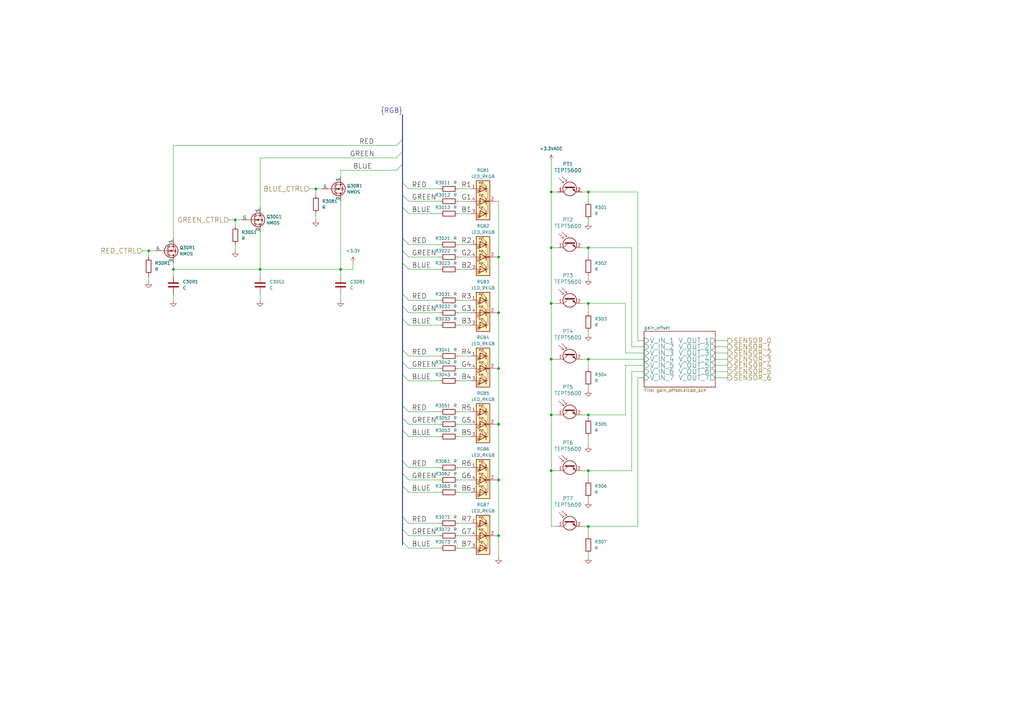
<source format=kicad_sch>
(kicad_sch (version 20230121) (generator eeschema)
  (paper "A3")
  (lib_symbols
    (symbol "Device:C" (pin_numbers hide) (pin_names (offset 0.254))
      (property "Reference" "C" (at 0.635 2.54 0))
      (property "Value" "C" (at 0.635 -2.54 0))
      (symbol "C_0_1"
        (polyline (pts (xy -2.032 -0.762) (xy 2.032 -0.762)) (stroke (width 0.508)))
        (polyline (pts (xy -2.032 0.762) (xy 2.032 0.762)) (stroke (width 0.508)))
      )
      (symbol "C_1_1"
        (pin passive line (at 0 3.81 270) (length 2.794) (name "~") (number "1"))
        (pin passive line (at 0 -3.81 90) (length 2.794) (name "~") (number "2"))
      )
    )
    (symbol "Device:LED_RKBG" (pin_names (offset 0) hide)
      (property "Reference" "D" (at 0 9.398 0))
      (property "Value" "LED_RKBG" (at 0 -8.89 0))
      (symbol "LED_RKBG_0_0"
        (text "B" (at 1.905 -6.35 0) (effects (font (size 1.27 1.27))))
        (text "G" (at 1.905 -1.27 0) (effects (font (size 1.27 1.27))))
        (text "R" (at 1.905 3.81 0) (effects (font (size 1.27 1.27))))
      )
      (symbol "LED_RKBG_0_1"
        (circle (center -2.032 0) (radius 0.254) (fill (type outline)))
        (polyline (pts (xy -1.27 -5.08) (xy 1.27 -5.08)))
        (polyline (pts (xy -1.27 -3.81) (xy -1.27 -6.35)) (stroke (width 0.254)))
        (polyline (pts (xy -1.27 0) (xy -2.54 0)))
        (polyline (pts (xy -1.27 1.27) (xy -1.27 -1.27)) (stroke (width 0.254)))
        (polyline (pts (xy -1.27 5.08) (xy 1.27 5.08)))
        (polyline (pts (xy -1.27 6.35) (xy -1.27 3.81)) (stroke (width 0.254)))
        (polyline (pts (xy 1.27 -5.08) (xy 2.54 -5.08)))
        (polyline (pts (xy 1.27 0) (xy -1.27 0)))
        (polyline (pts (xy 1.27 0) (xy 2.54 0)))
        (polyline (pts (xy 1.27 5.08) (xy 2.54 5.08)))
        (polyline (pts (xy -1.27 1.27) (xy -1.27 -1.27) (xy -1.27 -1.27)))
        (polyline (pts (xy -1.27 6.35) (xy -1.27 3.81) (xy -1.27 3.81)))
        (polyline (pts (xy -1.27 5.08) (xy -2.032 5.08) (xy -2.032 -5.08) (xy -1.016 -5.08)))
        (polyline (pts (xy 1.27 -3.81) (xy 1.27 -6.35) (xy -1.27 -5.08) (xy 1.27 -3.81)) (stroke (width 0.254)))
        (polyline (pts (xy 1.27 1.27) (xy 1.27 -1.27) (xy -1.27 0) (xy 1.27 1.27)) (stroke (width 0.254)))
        (polyline (pts (xy 1.27 6.35) (xy 1.27 3.81) (xy -1.27 5.08) (xy 1.27 6.35)) (stroke (width 0.254)))
        (polyline (pts (xy -1.016 -3.81) (xy 0.508 -2.286) (xy -0.254 -2.286) (xy 0.508 -2.286) (xy 0.508 -3.048)))
        (polyline (pts (xy -1.016 1.27) (xy 0.508 2.794) (xy -0.254 2.794) (xy 0.508 2.794) (xy 0.508 2.032)))
        (polyline (pts (xy -1.016 6.35) (xy 0.508 7.874) (xy -0.254 7.874) (xy 0.508 7.874) (xy 0.508 7.112)))
        (polyline (pts (xy 0 -3.81) (xy 1.524 -2.286) (xy 0.762 -2.286) (xy 1.524 -2.286) (xy 1.524 -3.048)))
        (polyline (pts (xy 0 1.27) (xy 1.524 2.794) (xy 0.762 2.794) (xy 1.524 2.794) (xy 1.524 2.032)))
        (polyline (pts (xy 0 6.35) (xy 1.524 7.874) (xy 0.762 7.874) (xy 1.524 7.874) (xy 1.524 7.112)))
        (rectangle (start 1.27 -1.27) (end 1.27 1.27))
        (rectangle (start 1.27 1.27) (end 1.27 1.27))
        (rectangle (start 1.27 3.81) (end 1.27 6.35))
        (rectangle (start 1.27 6.35) (end 1.27 6.35))
        (rectangle (start 2.794 8.382) (end -2.794 -7.62) (stroke (width 0.254)) (fill (type background)))
      )
      (symbol "LED_RKBG_1_1"
        (pin passive line (at 5.08 5.08 180) (length 2.54) (name "RA") (number "1"))
        (pin passive line (at -5.08 0 0) (length 2.54) (name "K") (number "2"))
        (pin passive line (at 5.08 -5.08 180) (length 2.54) (name "BA") (number "3"))
        (pin passive line (at 5.08 0 180) (length 2.54) (name "GA") (number "4"))
      )
    )
    (symbol "Device:R" (pin_numbers hide) (pin_names (offset 0))
      (property "Reference" "R" (at 2.032 0 90))
      (property "Value" "R" (at 0 0 90))
      (symbol "R_0_1"
        (rectangle (start -1.016 -2.54) (end 1.016 2.54) (stroke (width 0.254)))
      )
      (symbol "R_1_1"
        (pin passive line (at 0 3.81 270) (length 1.27) (name "~") (number "1"))
        (pin passive line (at 0 -3.81 90) (length 1.27) (name "~") (number "2"))
      )
    )
    (symbol "Sensor_Optical:TEPT4400" (pin_names (offset 0) hide)
      (property "Reference" "Q" (at 5.08 1.27 0))
      (property "Value" "TEPT4400" (at 5.08 -1.27 0))
      (symbol "TEPT4400_0_1"
        (polyline (pts (xy -1.905 1.27) (xy -2.54 1.27)))
        (polyline (pts (xy -1.27 2.54) (xy -1.905 2.54)))
        (polyline (pts (xy 0.635 0.635) (xy 2.54 2.54)))
        (polyline (pts (xy -3.81 3.175) (xy -1.905 1.27) (xy -1.905 1.905)))
        (polyline (pts (xy -3.175 4.445) (xy -1.27 2.54) (xy -1.27 3.175)))
        (polyline (pts (xy 0.635 -0.635) (xy 2.54 -2.54) (xy 2.54 -2.54)))
        (polyline (pts (xy 0.635 1.905) (xy 0.635 -1.905) (xy 0.635 -1.905)) (stroke (width 0.508)))
        (polyline (pts (xy 1.27 -1.778) (xy 1.778 -1.27) (xy 2.286 -2.286) (xy 1.27 -1.778) (xy 1.27 -1.778)) (fill (type outline)))
        (circle (center 1.27 0) (radius 2.8194) (stroke (width 0.254)))
      )
      (symbol "TEPT4400_1_1"
        (pin passive line (at 2.54 5.08 270) (length 2.54) (name "C") (number "1"))
        (pin passive line (at 2.54 -5.08 90) (length 2.54) (name "E") (number "2"))
      )
    )
    (symbol "Simulation_SPICE:NMOS" (pin_numbers hide) (pin_names (offset 0))
      (property "Reference" "Q" (at 5.08 1.27 0))
      (property "Value" "NMOS" (at 5.08 -1.27 0))
      (symbol "NMOS_0_1"
        (polyline (pts (xy 0.254 0) (xy -2.54 0)))
        (polyline (pts (xy 0.254 1.905) (xy 0.254 -1.905)) (stroke (width 0.254)))
        (polyline (pts (xy 0.762 -1.27) (xy 0.762 -2.286)) (stroke (width 0.254)))
        (polyline (pts (xy 0.762 0.508) (xy 0.762 -0.508)) (stroke (width 0.254)))
        (polyline (pts (xy 0.762 2.286) (xy 0.762 1.27)) (stroke (width 0.254)))
        (polyline (pts (xy 2.54 2.54) (xy 2.54 1.778)))
        (polyline (pts (xy 2.54 -2.54) (xy 2.54 0) (xy 0.762 0)))
        (polyline (pts (xy 0.762 -1.778) (xy 3.302 -1.778) (xy 3.302 1.778) (xy 0.762 1.778)))
        (polyline (pts (xy 1.016 0) (xy 2.032 0.381) (xy 2.032 -0.381) (xy 1.016 0)) (fill (type outline)))
        (polyline (pts (xy 2.794 0.508) (xy 2.921 0.381) (xy 3.683 0.381) (xy 3.81 0.254)))
        (polyline (pts (xy 3.302 0.381) (xy 2.921 -0.254) (xy 3.683 -0.254) (xy 3.302 0.381)))
        (circle (center 1.651 0) (radius 2.794) (stroke (width 0.254)))
        (circle (center 2.54 -1.778) (radius 0.254) (fill (type outline)))
        (circle (center 2.54 1.778) (radius 0.254) (fill (type outline)))
      )
      (symbol "NMOS_1_1"
        (pin passive line (at 2.54 5.08 270) (length 2.54) (name "D") (number "1"))
        (pin input line (at -5.08 0 0) (length 2.54) (name "G") (number "2"))
        (pin passive line (at 2.54 -5.08 90) (length 2.54) (name "S") (number "3"))
      )
    )
    (symbol "power:+3.3V" (power) (pin_names (offset 0))
      (property "Value" "+3.3V" (at 0 3.556 0))
      (symbol "+3.3V_0_1"
        (polyline (pts (xy -0.762 1.27) (xy 0 2.54)))
        (polyline (pts (xy 0 0) (xy 0 2.54)))
        (polyline (pts (xy 0 2.54) (xy 0.762 1.27)))
      )
      (symbol "+3.3V_1_1"
        (pin power_in line (at 0 0 90) (length 0) hide (name "+3.3V") (number "1"))
      )
    )
    (symbol "power:+3.3VADC" (power) (pin_names (offset 0))
      (property "Value" "+3.3VADC" (at 0 2.54 0))
      (symbol "+3.3VADC_0_0"
        (pin power_in line (at 0 0 90) (length 0) hide (name "+3.3VADC") (number "1"))
      )
      (symbol "+3.3VADC_0_1"
        (polyline (pts (xy -0.762 1.27) (xy 0 2.54)))
        (polyline (pts (xy 0 0) (xy 0 2.54)))
        (polyline (pts (xy 0 2.54) (xy 0.762 1.27)))
      )
    )
    (symbol "power:GND" (power) (pin_names (offset 0))
      (property "Value" "GND" (at 0 -3.81 0))
      (symbol "GND_0_1"
        (polyline (pts (xy 0 0) (xy 0 -1.27) (xy 1.27 -1.27) (xy 0 -2.54) (xy -1.27 -1.27) (xy 0 -1.27)))
      )
      (symbol "GND_1_1"
        (pin power_in line (at 0 0 270) (length 0) hide (name "GND") (number "1"))
      )
    )
  )
  (bus_alias "RGB" (members "RED" "GREEN" "BLUE"))
  (junction (at 241.3 78.74))
  (junction (at 241.3 215.9))
  (junction (at 226.06 193.04))
  (junction (at 226.06 78.74))
  (junction (at 241.3 124.46))
  (junction (at 241.3 193.04))
  (junction (at 204.47 196.85))
  (junction (at 226.06 147.32))
  (junction (at 129.54 77.47))
  (junction (at 226.06 124.46))
  (junction (at 204.47 151.13))
  (junction (at 204.47 128.27))
  (junction (at 139.7 110.49))
  (junction (at 226.06 101.6))
  (junction (at 241.3 170.18))
  (junction (at 96.52 90.17))
  (junction (at 226.06 170.18))
  (junction (at 241.3 101.6))
  (junction (at 106.68 110.49))
  (junction (at 204.47 173.99))
  (junction (at 204.47 105.41))
  (junction (at 71.12 110.49))
  (junction (at 241.3 147.32))
  (junction (at 60.96 102.87))
  (junction (at 204.47 219.71))
  (bus_entry (at 165.1 171.45) (size 2.54 2.54))
  (bus_entry (at 165.1 199.39) (size 2.54 2.54))
  (bus_entry (at 165.1 148.59) (size 2.54 2.54))
  (bus_entry (at 165.1 102.87) (size 2.54 2.54))
  (bus_entry (at 165.1 194.31) (size 2.54 2.54))
  (bus_entry (at 165.1 107.95) (size 2.54 2.54))
  (bus_entry (at 165.1 67.31) (size -2.54 2.54))
  (bus_entry (at 165.1 74.93) (size 2.54 2.54))
  (bus_entry (at 165.1 62.23) (size -2.54 2.54))
  (bus_entry (at 165.1 176.53) (size 2.54 2.54))
  (bus_entry (at 165.1 222.25) (size 2.54 2.54))
  (bus_entry (at 165.1 130.81) (size 2.54 2.54))
  (bus_entry (at 165.1 166.37) (size 2.54 2.54))
  (bus_entry (at 165.1 57.15) (size -2.54 2.54))
  (bus_entry (at 165.1 217.17) (size 2.54 2.54))
  (bus_entry (at 165.1 143.51) (size 2.54 2.54))
  (bus_entry (at 165.1 125.73) (size 2.54 2.54))
  (bus_entry (at 165.1 120.65) (size 2.54 2.54))
  (bus_entry (at 165.1 212.09) (size 2.54 2.54))
  (bus_entry (at 165.1 97.79) (size 2.54 2.54))
  (bus_entry (at 165.1 80.01) (size 2.54 2.54))
  (bus_entry (at 165.1 189.23) (size 2.54 2.54))
  (bus_entry (at 165.1 153.67) (size 2.54 2.54))
  (bus_entry (at 165.1 85.09) (size 2.54 2.54))
  (wire (pts (xy 167.64 100.33) (xy 180.34 100.33)))
  (wire (pts (xy 226.06 101.6) (xy 228.6 101.6)))
  (wire (pts (xy 167.64 179.07) (xy 180.34 179.07)))
  (wire (pts (xy 238.76 193.04) (xy 241.3 193.04)))
  (wire (pts (xy 187.96 87.63) (xy 193.04 87.63)))
  (bus (pts (xy 165.1 97.79) (xy 165.1 102.87)))
  (wire (pts (xy 71.12 110.49) (xy 71.12 113.03)))
  (wire (pts (xy 226.06 170.18) (xy 228.6 170.18)))
  (wire (pts (xy 241.3 147.32) (xy 238.76 147.32)))
  (wire (pts (xy 129.54 77.47) (xy 129.54 80.01)))
  (wire (pts (xy 226.06 124.46) (xy 226.06 147.32)))
  (wire (pts (xy 241.3 90.17) (xy 241.3 91.44)))
  (wire (pts (xy 241.3 158.75) (xy 241.3 160.02)))
  (wire (pts (xy 129.54 77.47) (xy 132.08 77.47)))
  (wire (pts (xy 139.7 120.65) (xy 139.7 123.19)))
  (bus (pts (xy 165.1 67.31) (xy 165.1 74.93)))
  (wire (pts (xy 96.52 90.17) (xy 99.06 90.17)))
  (wire (pts (xy 241.3 215.9) (xy 261.62 215.9)))
  (wire (pts (xy 241.3 170.18) (xy 241.3 171.45)))
  (wire (pts (xy 60.96 113.03) (xy 60.96 115.57)))
  (wire (pts (xy 264.16 149.86) (xy 256.54 149.86)))
  (wire (pts (xy 167.64 173.99) (xy 180.34 173.99)))
  (bus (pts (xy 165.1 85.09) (xy 165.1 97.79)))
  (wire (pts (xy 204.47 151.13) (xy 204.47 173.99)))
  (bus (pts (xy 165.1 199.39) (xy 165.1 212.09)))
  (wire (pts (xy 264.16 144.78) (xy 256.54 144.78)))
  (bus (pts (xy 165.1 166.37) (xy 165.1 171.45)))
  (wire (pts (xy 264.16 139.7) (xy 261.62 139.7)))
  (wire (pts (xy 293.37 149.86) (xy 298.45 149.86)))
  (wire (pts (xy 144.78 107.95) (xy 144.78 110.49)))
  (wire (pts (xy 167.64 156.21) (xy 180.34 156.21)))
  (bus (pts (xy 165.1 189.23) (xy 165.1 194.31)))
  (wire (pts (xy 259.08 142.24) (xy 259.08 101.6)))
  (wire (pts (xy 204.47 196.85) (xy 203.2 196.85)))
  (wire (pts (xy 167.64 214.63) (xy 180.34 214.63)))
  (wire (pts (xy 261.62 154.94) (xy 264.16 154.94)))
  (wire (pts (xy 167.64 191.77) (xy 180.34 191.77)))
  (wire (pts (xy 187.96 179.07) (xy 193.04 179.07)))
  (wire (pts (xy 187.96 168.91) (xy 193.04 168.91)))
  (wire (pts (xy 256.54 144.78) (xy 256.54 124.46)))
  (wire (pts (xy 96.52 90.17) (xy 96.52 92.71)))
  (wire (pts (xy 264.16 142.24) (xy 259.08 142.24)))
  (wire (pts (xy 241.3 227.33) (xy 241.3 228.6)))
  (wire (pts (xy 167.64 82.55) (xy 180.34 82.55)))
  (wire (pts (xy 167.64 133.35) (xy 180.34 133.35)))
  (bus (pts (xy 165.1 217.17) (xy 165.1 222.25)))
  (wire (pts (xy 106.68 64.77) (xy 106.68 85.09)))
  (wire (pts (xy 139.7 110.49) (xy 144.78 110.49)))
  (wire (pts (xy 187.96 123.19) (xy 193.04 123.19)))
  (wire (pts (xy 226.06 66.04) (xy 226.06 78.74)))
  (wire (pts (xy 106.68 120.65) (xy 106.68 123.19)))
  (wire (pts (xy 71.12 107.95) (xy 71.12 110.49)))
  (wire (pts (xy 226.06 124.46) (xy 228.6 124.46)))
  (wire (pts (xy 293.37 154.94) (xy 298.45 154.94)))
  (bus (pts (xy 165.1 62.23) (xy 165.1 67.31)))
  (wire (pts (xy 241.3 78.74) (xy 241.3 82.55)))
  (bus (pts (xy 165.1 74.93) (xy 165.1 80.01)))
  (bus (pts (xy 165.1 148.59) (xy 165.1 153.67)))
  (wire (pts (xy 203.2 82.55) (xy 204.47 82.55)))
  (wire (pts (xy 261.62 78.74) (xy 241.3 78.74)))
  (wire (pts (xy 226.06 101.6) (xy 226.06 124.46)))
  (wire (pts (xy 127 77.47) (xy 129.54 77.47)))
  (wire (pts (xy 167.64 77.47) (xy 180.34 77.47)))
  (wire (pts (xy 167.64 219.71) (xy 180.34 219.71)))
  (wire (pts (xy 71.12 110.49) (xy 106.68 110.49)))
  (wire (pts (xy 256.54 149.86) (xy 256.54 170.18)))
  (bus (pts (xy 165.1 57.15) (xy 165.1 62.23)))
  (wire (pts (xy 187.96 128.27) (xy 193.04 128.27)))
  (wire (pts (xy 204.47 173.99) (xy 203.2 173.99)))
  (wire (pts (xy 241.3 78.74) (xy 238.76 78.74)))
  (wire (pts (xy 204.47 128.27) (xy 204.47 151.13)))
  (wire (pts (xy 241.3 147.32) (xy 241.3 151.13)))
  (wire (pts (xy 241.3 147.32) (xy 264.16 147.32)))
  (wire (pts (xy 187.96 201.93) (xy 193.04 201.93)))
  (wire (pts (xy 167.64 110.49) (xy 180.34 110.49)))
  (wire (pts (xy 241.3 124.46) (xy 238.76 124.46)))
  (wire (pts (xy 241.3 124.46) (xy 241.3 128.27)))
  (wire (pts (xy 293.37 142.24) (xy 298.45 142.24)))
  (wire (pts (xy 71.12 59.69) (xy 162.56 59.69)))
  (wire (pts (xy 293.37 139.7) (xy 298.45 139.7)))
  (wire (pts (xy 187.96 191.77) (xy 193.04 191.77)))
  (wire (pts (xy 106.68 110.49) (xy 106.68 113.03)))
  (wire (pts (xy 139.7 69.85) (xy 139.7 72.39)))
  (wire (pts (xy 256.54 170.18) (xy 241.3 170.18)))
  (wire (pts (xy 167.64 105.41) (xy 180.34 105.41)))
  (wire (pts (xy 187.96 214.63) (xy 193.04 214.63)))
  (wire (pts (xy 293.37 152.4) (xy 298.45 152.4)))
  (bus (pts (xy 165.1 80.01) (xy 165.1 85.09)))
  (wire (pts (xy 204.47 82.55) (xy 204.47 105.41)))
  (wire (pts (xy 187.96 146.05) (xy 193.04 146.05)))
  (wire (pts (xy 187.96 196.85) (xy 193.04 196.85)))
  (wire (pts (xy 106.68 95.25) (xy 106.68 110.49)))
  (wire (pts (xy 187.96 224.79) (xy 193.04 224.79)))
  (wire (pts (xy 261.62 139.7) (xy 261.62 78.74)))
  (bus (pts (xy 165.1 171.45) (xy 165.1 176.53)))
  (wire (pts (xy 167.64 196.85) (xy 180.34 196.85)))
  (wire (pts (xy 293.37 147.32) (xy 298.45 147.32)))
  (wire (pts (xy 96.52 100.33) (xy 96.52 102.87)))
  (wire (pts (xy 167.64 123.19) (xy 180.34 123.19)))
  (wire (pts (xy 226.06 215.9) (xy 228.6 215.9)))
  (wire (pts (xy 139.7 82.55) (xy 139.7 110.49)))
  (wire (pts (xy 167.64 201.93) (xy 180.34 201.93)))
  (bus (pts (xy 165.1 102.87) (xy 165.1 107.95)))
  (wire (pts (xy 167.64 151.13) (xy 180.34 151.13)))
  (wire (pts (xy 106.68 110.49) (xy 139.7 110.49)))
  (wire (pts (xy 60.96 102.87) (xy 63.5 102.87)))
  (wire (pts (xy 204.47 105.41) (xy 203.2 105.41)))
  (bus (pts (xy 165.1 222.25) (xy 165.1 223.52)))
  (wire (pts (xy 139.7 69.85) (xy 162.56 69.85)))
  (bus (pts (xy 165.1 212.09) (xy 165.1 217.17)))
  (wire (pts (xy 167.64 168.91) (xy 180.34 168.91)))
  (wire (pts (xy 60.96 102.87) (xy 60.96 105.41)))
  (wire (pts (xy 204.47 151.13) (xy 203.2 151.13)))
  (wire (pts (xy 187.96 156.21) (xy 193.04 156.21)))
  (wire (pts (xy 204.47 173.99) (xy 204.47 196.85)))
  (bus (pts (xy 165.1 130.81) (xy 165.1 143.51)))
  (wire (pts (xy 241.3 193.04) (xy 241.3 196.85)))
  (wire (pts (xy 238.76 101.6) (xy 241.3 101.6)))
  (wire (pts (xy 241.3 135.89) (xy 241.3 137.16)))
  (wire (pts (xy 167.64 146.05) (xy 180.34 146.05)))
  (wire (pts (xy 238.76 170.18) (xy 241.3 170.18)))
  (wire (pts (xy 238.76 215.9) (xy 241.3 215.9)))
  (bus (pts (xy 165.1 125.73) (xy 165.1 130.81)))
  (wire (pts (xy 187.96 105.41) (xy 193.04 105.41)))
  (wire (pts (xy 241.3 179.07) (xy 241.3 182.88)))
  (wire (pts (xy 167.64 128.27) (xy 180.34 128.27)))
  (wire (pts (xy 261.62 215.9) (xy 261.62 154.94)))
  (wire (pts (xy 187.96 77.47) (xy 193.04 77.47)))
  (wire (pts (xy 226.06 147.32) (xy 226.06 170.18)))
  (wire (pts (xy 139.7 110.49) (xy 139.7 113.03)))
  (wire (pts (xy 204.47 105.41) (xy 204.47 128.27)))
  (bus (pts (xy 165.1 153.67) (xy 165.1 166.37)))
  (wire (pts (xy 129.54 87.63) (xy 129.54 90.17)))
  (wire (pts (xy 167.64 87.63) (xy 180.34 87.63)))
  (wire (pts (xy 226.06 147.32) (xy 228.6 147.32)))
  (wire (pts (xy 93.98 90.17) (xy 96.52 90.17)))
  (wire (pts (xy 226.06 193.04) (xy 228.6 193.04)))
  (wire (pts (xy 167.64 224.79) (xy 180.34 224.79)))
  (wire (pts (xy 187.96 100.33) (xy 193.04 100.33)))
  (wire (pts (xy 241.3 204.47) (xy 241.3 205.74)))
  (wire (pts (xy 187.96 133.35) (xy 193.04 133.35)))
  (wire (pts (xy 204.47 196.85) (xy 204.47 219.71)))
  (wire (pts (xy 259.08 152.4) (xy 264.16 152.4)))
  (wire (pts (xy 187.96 82.55) (xy 193.04 82.55)))
  (bus (pts (xy 165.1 46.99) (xy 165.1 57.15)))
  (wire (pts (xy 256.54 124.46) (xy 241.3 124.46)))
  (wire (pts (xy 204.47 128.27) (xy 203.2 128.27)))
  (wire (pts (xy 226.06 170.18) (xy 226.06 193.04)))
  (wire (pts (xy 203.2 219.71) (xy 204.47 219.71)))
  (wire (pts (xy 259.08 152.4) (xy 259.08 193.04)))
  (wire (pts (xy 71.12 120.65) (xy 71.12 123.19)))
  (wire (pts (xy 226.06 78.74) (xy 228.6 78.74)))
  (wire (pts (xy 58.42 102.87) (xy 60.96 102.87)))
  (bus (pts (xy 165.1 107.95) (xy 165.1 120.65)))
  (bus (pts (xy 165.1 120.65) (xy 165.1 125.73)))
  (wire (pts (xy 204.47 219.71) (xy 204.47 228.6)))
  (wire (pts (xy 241.3 113.03) (xy 241.3 114.3)))
  (wire (pts (xy 71.12 59.69) (xy 71.12 97.79)))
  (wire (pts (xy 226.06 78.74) (xy 226.06 101.6)))
  (bus (pts (xy 165.1 194.31) (xy 165.1 199.39)))
  (wire (pts (xy 106.68 64.77) (xy 162.56 64.77)))
  (wire (pts (xy 187.96 110.49) (xy 193.04 110.49)))
  (wire (pts (xy 241.3 101.6) (xy 241.3 105.41)))
  (wire (pts (xy 226.06 193.04) (xy 226.06 215.9)))
  (wire (pts (xy 259.08 193.04) (xy 241.3 193.04)))
  (wire (pts (xy 187.96 219.71) (xy 193.04 219.71)))
  (wire (pts (xy 259.08 101.6) (xy 241.3 101.6)))
  (bus (pts (xy 165.1 176.53) (xy 165.1 189.23)))
  (wire (pts (xy 187.96 173.99) (xy 193.04 173.99)))
  (wire (pts (xy 187.96 151.13) (xy 193.04 151.13)))
  (wire (pts (xy 293.37 144.78) (xy 298.45 144.78)))
  (wire (pts (xy 241.3 215.9) (xy 241.3 219.71)))
  (bus (pts (xy 165.1 143.51) (xy 165.1 148.59)))
  (label "GREEN" (at 143.51 64.77 0) (effects (font (size 2.032 2.032))))
  (label "G2" (at 189.23 105.41 0) (effects (font (size 2.032 2.032))))
  (label "RED" (at 168.91 214.63 0) (effects (font (size 2.032 2.032))))
  (label "BLUE" (at 168.91 224.79 0) (effects (font (size 2.032 2.032))))
  (label "RED" (at 168.91 123.19 0) (effects (font (size 2.032 2.032))))
  (label "G4" (at 189.23 151.13 0) (effects (font (size 2.032 2.032))))
  (label "RED" (at 168.91 146.05 0) (effects (font (size 2.032 2.032))))
  (label "RED" (at 168.91 100.33 0) (effects (font (size 2.032 2.032))))
  (label "RED" (at 168.91 168.91 0) (effects (font (size 2.032 2.032))))
  (label "B2" (at 189.23 110.49 0) (effects (font (size 2.032 2.032))))
  (label "B6" (at 189.23 201.93 0) (effects (font (size 2.032 2.032))))
  (label "RED" (at 168.91 77.47 0) (effects (font (size 2.032 2.032))))
  (label "BLUE" (at 168.91 156.21 0) (effects (font (size 2.032 2.032))))
  (label "GREEN" (at 168.91 82.55 0) (effects (font (size 2.032 2.032))))
  (label "B5" (at 189.23 179.07 0) (effects (font (size 2.032 2.032))))
  (label "B3" (at 189.23 133.35 0) (effects (font (size 2.032 2.032))))
  (label "R2" (at 189.23 100.33 0) (effects (font (size 2.032 2.032))))
  (label "BLUE" (at 168.91 179.07 0) (effects (font (size 2.032 2.032))))
  (label "GREEN" (at 168.91 105.41 0) (effects (font (size 2.032 2.032))))
  (label "BLUE" (at 144.78 69.85 0) (effects (font (size 2.032 2.032))))
  (label "B7" (at 189.23 224.79 0) (effects (font (size 2.032 2.032))))
  (label "R5" (at 189.23 168.91 0) (effects (font (size 2.032 2.032))))
  (label "G1" (at 189.23 82.55 0) (effects (font (size 2.032 2.032))))
  (label "BLUE" (at 168.91 87.63 0) (effects (font (size 2.032 2.032))))
  (label "GREEN" (at 168.91 219.71 0) (effects (font (size 2.032 2.032))))
  (label "RED" (at 147.32 59.69 0) (effects (font (size 2.032 2.032))))
  (label "R7" (at 189.23 214.63 0) (effects (font (size 2.032 2.032))))
  (label "G7" (at 189.23 219.71 0) (effects (font (size 2.032 2.032))))
  (label "R4" (at 189.23 146.05 0) (effects (font (size 2.032 2.032))))
  (label "{RGB}" (at 165.1 46.99 180) (effects (font (size 2.032 2.032))))
  (label "R3" (at 189.23 123.19 0) (effects (font (size 2.032 2.032))))
  (label "GREEN" (at 168.91 173.99 0) (effects (font (size 2.032 2.032))))
  (label "G5" (at 189.23 173.99 0) (effects (font (size 2.032 2.032))))
  (label "B4" (at 189.23 156.21 0) (effects (font (size 2.032 2.032))))
  (label "BLUE" (at 168.91 133.35 0) (effects (font (size 2.032 2.032))))
  (label "R6" (at 189.23 191.77 0) (effects (font (size 2.032 2.032))))
  (label "GREEN" (at 168.91 151.13 0) (effects (font (size 2.032 2.032))))
  (label "R1" (at 189.23 77.47 0) (effects (font (size 2.032 2.032))))
  (label "BLUE" (at 168.91 201.93 0) (effects (font (size 2.032 2.032))))
  (label "GREEN" (at 168.91 128.27 0) (effects (font (size 2.032 2.032))))
  (label "BLUE" (at 168.91 110.49 0) (effects (font (size 2.032 2.032))))
  (label "B1" (at 189.23 87.63 0) (effects (font (size 2.032 2.032))))
  (label "GREEN" (at 168.91 196.85 0) (effects (font (size 2.032 2.032))))
  (label "G3" (at 189.23 128.27 0) (effects (font (size 2.032 2.032))))
  (label "G6" (at 189.23 196.85 0) (effects (font (size 2.032 2.032))))
  (label "RED" (at 168.91 191.77 0) (effects (font (size 2.032 2.032))))
  (hierarchical_label "SENSOR_6" (shape output) (at 298.45 154.94 0) (effects (font (size 2.032 2.032))))
  (hierarchical_label "SENSOR_2" (shape output) (at 298.45 144.78 0) (effects (font (size 2.032 2.032))))
  (hierarchical_label "SENSOR_4" (shape output) (at 298.45 149.86 0) (effects (font (size 2.032 2.032))))
  (hierarchical_label "SENSOR_1" (shape output) (at 298.45 142.24 0) (effects (font (size 2.032 2.032))))
  (hierarchical_label "SENSOR_3" (shape output) (at 298.45 147.32 0) (effects (font (size 2.032 2.032))))
  (hierarchical_label "SENSOR_0" (shape output) (at 298.45 139.7 0) (effects (font (size 2.032 2.032))))
  (hierarchical_label "GREEN_CTRL" (shape input) (at 93.98 90.17 180) (effects (font (size 2.032 2.032))))
  (hierarchical_label "BLUE_CTRL" (shape input) (at 127 77.47 180) (effects (font (size 2.032 2.032))))
  (hierarchical_label "SENSOR_5" (shape output) (at 298.45 152.4 0) (effects (font (size 2.032 2.032))))
  (hierarchical_label "RED_CTRL" (shape input) (at 58.42 102.87 180) (effects (font (size 2.032 2.032))))
  (symbol (lib_id "Simulation_SPICE:NMOS") (at 68.58 102.87 0) (mirror x) (unit 1)
    (property "Reference" "Q30R1" (at 73.66 101.6 0) (effects (justify left)))
    (property "Value" "NMOS" (at 73.66 104.14 0) (effects (justify left)))
    (property "Footprint" "MN26D0UT_7_MOSFET:DMN26D0UT-7_PER-L" (effects hide))
    (property "Datasheet" "https://ngspice.sourceforge.io/docs/ngspice-manual.pdf" (effects hide))
    (property "Sim.Device" "NMOS" (effects hide))
    (property "Sim.Type" "VDMOS" (effects hide))
    (property "Sim.Pins" "1=D 2=G 3=S" (effects hide))
  )
  (symbol (lib_id "power:GND") (at 60.96 115.57 0) (unit 1)
    (property "Reference" "#PWR078" (effects hide))
    (property "Value" "GND" (effects hide))
  )
  (symbol (lib_id "Sensor_Optical:TEPT4400") (at 233.68 213.36 90) (mirror x) (unit 1)
    (property "Reference" "PT7" (at 232.9307 204.47 90) (effects (font (size 1.524 1.524))))
    (property "Value" "TEPT5600" (at 232.9307 207.01 90) (effects (font (size 1.524 1.524))))
    (property "Footprint" "TEPT5600:LED_TEPT5600_VIS" (effects hide))
    (property "Datasheet" "TEPT5600" (effects hide))
  )
  (symbol (lib_id "Sensor_Optical:TEPT4400") (at 233.68 167.64 90) (mirror x) (unit 1)
    (property "Reference" "PT5" (at 232.9307 158.75 90) (effects (font (size 1.524 1.524))))
    (property "Value" "TEPT5600" (at 232.9307 161.29 90) (effects (font (size 1.524 1.524))))
    (property "Footprint" "TEPT5600:LED_TEPT5600_VIS" (effects hide))
    (property "Datasheet" "TEPT5600" (effects hide))
  )
  (symbol (lib_id "Device:R") (at 184.15 201.93 270) (unit 1)
    (property "Reference" "R3063" (at 181.61 199.39 90))
    (property "Value" "R" (at 186.69 199.39 90))
    (property "Footprint" "Resistor_SMD:R_0603_1608Metric" (effects hide))
  )
  (symbol (lib_id "Device:R") (at 241.3 132.08 0) (unit 1)
    (property "Reference" "R303" (at 243.84 130.81 0) (effects (justify left)))
    (property "Value" "R" (at 243.84 133.35 0) (effects (justify left)))
    (property "Footprint" "Resistor_SMD:R_0402_1005Metric" (effects hide))
  )
  (symbol (lib_id "Device:R") (at 184.15 173.99 270) (unit 1)
    (property "Reference" "R3052" (at 181.61 171.45 90))
    (property "Value" "R" (at 186.69 171.45 90))
    (property "Footprint" "Resistor_SMD:R_0603_1608Metric" (effects hide))
  )
  (symbol (lib_id "Device:R") (at 184.15 214.63 270) (unit 1)
    (property "Reference" "R3071" (at 181.61 212.09 90))
    (property "Value" "R" (at 186.69 212.09 90))
    (property "Footprint" "Resistor_SMD:R_0603_1608Metric" (effects hide))
  )
  (symbol (lib_id "Device:R") (at 184.15 128.27 270) (unit 1)
    (property "Reference" "R3032" (at 181.61 125.73 90))
    (property "Value" "R" (at 186.69 125.73 90))
    (property "Footprint" "Resistor_SMD:R_0603_1608Metric" (effects hide))
  )
  (symbol (lib_id "Device:R") (at 184.15 105.41 270) (unit 1)
    (property "Reference" "R3022" (at 181.61 102.87 90))
    (property "Value" "R" (at 186.69 102.87 90))
    (property "Footprint" "Resistor_SMD:R_0603_1608Metric" (effects hide))
  )
  (symbol (lib_id "Device:LED_RKBG") (at 198.12 82.55 0) (mirror y) (unit 1)
    (property "Reference" "RGB1" (at 198.12 69.85 0))
    (property "Value" "LED_RKGB" (at 198.12 72.39 0))
    (property "Footprint" "LED_THT:LED_D5.0mm-4_RGB_Staggered_Pins" (effects hide))
  )
  (symbol (lib_id "Device:LED_RKBG") (at 198.12 128.27 0) (mirror y) (unit 1)
    (property "Reference" "RGB3" (at 198.12 115.57 0))
    (property "Value" "LED_RKGB" (at 198.12 118.11 0))
    (property "Footprint" "LED_THT:LED_D5.0mm-4_RGB_Staggered_Pins" (effects hide))
  )
  (symbol (lib_id "Sensor_Optical:TEPT4400") (at 233.68 99.06 90) (mirror x) (unit 1)
    (property "Reference" "PT2" (at 232.9307 90.17 90) (effects (font (size 1.524 1.524))))
    (property "Value" "TEPT5600" (at 232.9307 92.71 90) (effects (font (size 1.524 1.524))))
    (property "Footprint" "TEPT5600:LED_TEPT5600_VIS" (effects hide))
    (property "Datasheet" "TEPT5600" (effects hide))
  )
  (symbol (lib_id "power:+3.3VADC") (at 226.06 66.04 0) (unit 1)
    (property "Reference" "#PWR010" (effects hide))
    (property "Value" "+3.3VADC" (at 226.06 60.96 0))
  )
  (symbol (lib_id "Sensor_Optical:TEPT4400") (at 233.68 190.5 90) (mirror x) (unit 1)
    (property "Reference" "PT6" (at 232.9307 181.61 90) (effects (font (size 1.524 1.524))))
    (property "Value" "TEPT5600" (at 232.9307 184.15 90) (effects (font (size 1.524 1.524))))
    (property "Footprint" "TEPT5600:LED_TEPT5600_VIS" (effects hide))
    (property "Datasheet" "TEPT5600" (effects hide))
  )
  (symbol (lib_id "Device:R") (at 184.15 133.35 270) (unit 1)
    (property "Reference" "R3033" (at 181.61 130.81 90))
    (property "Value" "R" (at 186.69 130.81 90))
    (property "Footprint" "Resistor_SMD:R_0603_1608Metric" (effects hide))
  )
  (symbol (lib_id "power:GND") (at 71.12 123.19 0) (unit 1)
    (property "Reference" "#PWR086" (effects hide))
    (property "Value" "GND" (effects hide))
  )
  (symbol (lib_id "power:+3.3V") (at 144.78 107.95 0) (unit 1)
    (property "Reference" "#PWR024" (effects hide))
    (property "Value" "+3.3V" (at 144.78 102.87 0))
    (instances (project "MARV_V0" (path "" (reference "#PWR024") (unit 1)) (path "" (reference "#PWR026") (unit 1))))
  )
  (symbol (lib_id "power:GND") (at 241.3 228.6 0) (unit 1)
    (property "Reference" "#PWR017" (effects hide))
    (property "Value" "GND" (effects hide))
  )
  (symbol (lib_id "Sensor_Optical:TEPT4400") (at 233.68 121.92 90) (mirror x) (unit 1)
    (property "Reference" "PT3" (at 232.9307 113.03 90) (effects (font (size 1.524 1.524))))
    (property "Value" "TEPT5600" (at 232.9307 115.57 90) (effects (font (size 1.524 1.524))))
    (property "Footprint" "TEPT5600:LED_TEPT5600_VIS" (effects hide))
    (property "Datasheet" "TEPT5600" (effects hide))
  )
  (symbol (lib_id "power:GND") (at 241.3 91.44 0) (unit 1)
    (property "Reference" "#PWR011" (effects hide))
    (property "Value" "GND" (effects hide))
  )
  (symbol (lib_id "Device:R") (at 241.3 109.22 0) (unit 1)
    (property "Reference" "R302" (at 243.84 107.95 0) (effects (justify left)))
    (property "Value" "R" (at 243.84 110.49 0) (effects (justify left)))
    (property "Footprint" "Resistor_SMD:R_0402_1005Metric" (effects hide))
  )
  (symbol (lib_id "power:GND") (at 241.3 137.16 0) (unit 1)
    (property "Reference" "#PWR013" (effects hide))
    (property "Value" "GND" (effects hide))
  )
  (symbol (lib_id "Sensor_Optical:TEPT4400") (at 233.68 76.2 90) (mirror x) (unit 1)
    (property "Reference" "PT1" (at 232.9307 67.31 90) (effects (font (size 1.524 1.524))))
    (property "Value" "TEPT5600" (at 232.9307 69.85 90) (effects (font (size 1.524 1.524))))
    (property "Footprint" "TEPT5600:LED_TEPT5600_VIS" (effects hide))
    (property "Datasheet" "TEPT5600" (effects hide))
  )
  (symbol (lib_id "Device:LED_RKBG") (at 198.12 173.99 0) (mirror y) (unit 1)
    (property "Reference" "RGB5" (at 198.12 161.29 0))
    (property "Value" "LED_RKGB" (at 198.12 163.83 0))
    (property "Footprint" "LED_THT:LED_D5.0mm-4_RGB_Staggered_Pins" (effects hide))
  )
  (symbol (lib_id "Sensor_Optical:TEPT4400") (at 233.68 144.78 90) (mirror x) (unit 1)
    (property "Reference" "PT4" (at 232.9307 135.89 90) (effects (font (size 1.524 1.524))))
    (property "Value" "TEPT5600" (at 232.9307 138.43 90) (effects (font (size 1.524 1.524))))
    (property "Footprint" "TEPT5600:LED_TEPT5600_VIS" (effects hide))
    (property "Datasheet" "TEPT5600" (effects hide))
  )
  (symbol (lib_id "Device:R") (at 184.15 168.91 270) (unit 1)
    (property "Reference" "R3051" (at 181.61 166.37 90))
    (property "Value" "R" (at 186.69 166.37 90))
    (property "Footprint" "Resistor_SMD:R_0603_1608Metric" (effects hide))
  )
  (symbol (lib_id "Device:R") (at 184.15 151.13 270) (unit 1)
    (property "Reference" "R3042" (at 181.61 148.59 90))
    (property "Value" "R" (at 186.69 148.59 90))
    (property "Footprint" "Resistor_SMD:R_0603_1608Metric" (effects hide))
  )
  (symbol (lib_id "Device:R") (at 60.96 109.22 0) (unit 1)
    (property "Reference" "R30R1" (at 63.5 107.95 0) (effects (justify left)))
    (property "Value" "R" (at 63.5 110.49 0) (effects (justify left)))
    (property "Footprint" "Resistor_SMD:R_0603_1608Metric" (effects hide))
  )
  (symbol (lib_id "Device:C") (at 106.68 116.84 0) (unit 1)
    (property "Reference" "C30G1" (at 110.49 115.57 0) (effects (justify left)))
    (property "Value" "C" (at 110.49 118.11 0) (effects (justify left)))
    (property "Footprint" "Capacitor_SMD:C_0603_1608Metric" (effects hide))
  )
  (symbol (lib_id "Device:R") (at 184.15 100.33 270) (unit 1)
    (property "Reference" "R3021" (at 181.61 97.79 90))
    (property "Value" "R" (at 186.69 97.79 90))
    (property "Footprint" "Resistor_SMD:R_0603_1608Metric" (effects hide))
  )
  (symbol (lib_id "power:GND") (at 241.3 160.02 0) (unit 1)
    (property "Reference" "#PWR014" (effects hide))
    (property "Value" "GND" (effects hide))
  )
  (symbol (lib_id "Device:R") (at 184.15 110.49 270) (unit 1)
    (property "Reference" "R3023" (at 181.61 107.95 90))
    (property "Value" "R" (at 186.69 107.95 90))
    (property "Footprint" "Resistor_SMD:R_0603_1608Metric" (effects hide))
  )
  (symbol (lib_id "power:GND") (at 241.3 114.3 0) (unit 1)
    (property "Reference" "#PWR012" (effects hide))
    (property "Value" "GND" (effects hide))
  )
  (symbol (lib_id "Device:R") (at 184.15 196.85 270) (unit 1)
    (property "Reference" "R3062" (at 181.61 194.31 90))
    (property "Value" "R" (at 186.69 194.31 90))
    (property "Footprint" "Resistor_SMD:R_0603_1608Metric" (effects hide))
  )
  (symbol (lib_id "Device:R") (at 184.15 123.19 270) (unit 1)
    (property "Reference" "R3031" (at 181.61 120.65 90))
    (property "Value" "R" (at 186.69 120.65 90))
    (property "Footprint" "Resistor_SMD:R_0603_1608Metric" (effects hide))
  )
  (symbol (lib_id "Simulation_SPICE:NMOS") (at 104.14 90.17 0) (mirror x) (unit 1)
    (property "Reference" "Q30G1" (at 109.22 88.9 0) (effects (justify left)))
    (property "Value" "NMOS" (at 109.22 91.44 0) (effects (justify left)))
    (property "Footprint" "MN26D0UT_7_MOSFET:DMN26D0UT-7_PER-L" (effects hide))
    (property "Datasheet" "https://ngspice.sourceforge.io/docs/ngspice-manual.pdf" (effects hide))
    (property "Sim.Device" "NMOS" (effects hide))
    (property "Sim.Type" "VDMOS" (effects hide))
    (property "Sim.Pins" "1=D 2=G 3=S" (effects hide))
  )
  (symbol (lib_id "Device:R") (at 241.3 154.94 0) (unit 1)
    (property "Reference" "R304" (at 243.84 153.67 0) (effects (justify left)))
    (property "Value" "R" (at 243.84 156.21 0) (effects (justify left)))
    (property "Footprint" "Resistor_SMD:R_0402_1005Metric" (effects hide))
  )
  (symbol (lib_id "Device:R") (at 184.15 219.71 270) (unit 1)
    (property "Reference" "R3072" (at 181.61 217.17 90))
    (property "Value" "R" (at 186.69 217.17 90))
    (property "Footprint" "Resistor_SMD:R_0603_1608Metric" (effects hide))
  )
  (symbol (lib_id "Device:R") (at 129.54 83.82 0) (unit 1)
    (property "Reference" "R30B1" (at 132.08 82.55 0) (effects (justify left)))
    (property "Value" "R" (at 132.08 85.09 0) (effects (justify left)))
    (property "Footprint" "Resistor_SMD:R_0603_1608Metric" (effects hide))
  )
  (symbol (lib_id "Device:R") (at 184.15 146.05 270) (unit 1)
    (property "Reference" "R3041" (at 181.61 143.51 90))
    (property "Value" "R" (at 186.69 143.51 90))
    (property "Footprint" "Resistor_SMD:R_0603_1608Metric" (effects hide))
  )
  (symbol (lib_id "Device:R") (at 184.15 87.63 270) (unit 1)
    (property "Reference" "R3013" (at 181.61 85.09 90))
    (property "Value" "R" (at 186.69 85.09 90))
    (property "Footprint" "Resistor_SMD:R_0603_1608Metric" (effects hide))
  )
  (symbol (lib_id "Device:C") (at 71.12 116.84 0) (unit 1)
    (property "Reference" "C30R1" (at 74.93 115.57 0) (effects (justify left)))
    (property "Value" "C" (at 74.93 118.11 0) (effects (justify left)))
    (property "Footprint" "Capacitor_SMD:C_0603_1608Metric" (effects hide))
  )
  (symbol (lib_id "Device:LED_RKBG") (at 198.12 151.13 0) (mirror y) (unit 1)
    (property "Reference" "RGB4" (at 198.12 138.43 0))
    (property "Value" "LED_RKGB" (at 198.12 140.97 0))
    (property "Footprint" "LED_THT:LED_D5.0mm-4_RGB_Staggered_Pins" (effects hide))
  )
  (symbol (lib_id "Device:LED_RKBG") (at 198.12 105.41 0) (mirror y) (unit 1)
    (property "Reference" "RGB2" (at 198.12 92.71 0))
    (property "Value" "LED_RKGB" (at 198.12 95.25 0))
    (property "Footprint" "LED_THT:LED_D5.0mm-4_RGB_Staggered_Pins" (effects hide))
  )
  (symbol (lib_id "Device:R") (at 184.15 179.07 270) (unit 1)
    (property "Reference" "R3053" (at 181.61 176.53 90))
    (property "Value" "R" (at 186.69 176.53 90))
    (property "Footprint" "Resistor_SMD:R_0603_1608Metric" (effects hide))
  )
  (symbol (lib_id "Device:R") (at 184.15 191.77 270) (unit 1)
    (property "Reference" "R3061" (at 181.61 189.23 90))
    (property "Value" "R" (at 186.69 189.23 90))
    (property "Footprint" "Resistor_SMD:R_0603_1608Metric" (effects hide))
  )
  (symbol (lib_id "Device:R") (at 241.3 86.36 0) (unit 1)
    (property "Reference" "R301" (at 243.84 85.09 0) (effects (justify left)))
    (property "Value" "R" (at 243.84 87.63 0) (effects (justify left)))
    (property "Footprint" "Resistor_SMD:R_0402_1005Metric" (effects hide))
  )
  (symbol (lib_id "power:GND") (at 241.3 205.74 0) (unit 1)
    (property "Reference" "#PWR016" (effects hide))
    (property "Value" "GND" (effects hide))
  )
  (symbol (lib_id "power:GND") (at 139.7 123.19 0) (unit 1)
    (property "Reference" "#PWR088" (effects hide))
    (property "Value" "GND" (effects hide))
  )
  (symbol (lib_id "Device:LED_RKBG") (at 198.12 196.85 0) (mirror y) (unit 1)
    (property "Reference" "RGB6" (at 198.12 184.15 0))
    (property "Value" "LED_RKGB" (at 198.12 186.69 0))
    (property "Footprint" "LED_THT:LED_D5.0mm-4_RGB_Staggered_Pins" (effects hide))
  )
  (symbol (lib_id "Device:LED_RKBG") (at 198.12 219.71 0) (mirror y) (unit 1)
    (property "Reference" "RGB7" (at 198.12 207.01 0))
    (property "Value" "LED_RKGB" (at 198.12 209.55 0))
    (property "Footprint" "LED_THT:LED_D5.0mm-4_RGB_Staggered_Pins" (effects hide))
  )
  (symbol (lib_id "Device:R") (at 241.3 175.26 0) (unit 1)
    (property "Reference" "R305" (at 243.84 173.99 0) (effects (justify left)))
    (property "Value" "R" (at 243.84 176.53 0) (effects (justify left)))
    (property "Footprint" "Resistor_SMD:R_0402_1005Metric" (effects hide))
  )
  (symbol (lib_id "power:GND") (at 106.68 123.19 0) (unit 1)
    (property "Reference" "#PWR087" (effects hide))
    (property "Value" "GND" (effects hide))
  )
  (symbol (lib_id "Device:R") (at 184.15 77.47 90) (unit 1)
    (property "Reference" "R3011" (at 181.61 74.93 90))
    (property "Value" "R" (at 186.69 74.93 90))
    (property "Footprint" "Resistor_SMD:R_0603_1608Metric" (effects hide))
  )
  (symbol (lib_id "Device:R") (at 241.3 223.52 0) (unit 1)
    (property "Reference" "R307" (at 243.84 222.25 0) (effects (justify left)))
    (property "Value" "R" (at 243.84 224.79 0) (effects (justify left)))
    (property "Footprint" "Resistor_SMD:R_0402_1005Metric" (effects hide))
  )
  (symbol (lib_id "Device:R") (at 184.15 224.79 270) (unit 1)
    (property "Reference" "R3073" (at 181.61 222.25 90))
    (property "Value" "R" (at 186.69 222.25 90))
    (property "Footprint" "Resistor_SMD:R_0603_1608Metric" (effects hide))
  )
  (symbol (lib_id "Device:R") (at 96.52 96.52 0) (unit 1)
    (property "Reference" "R30G1" (at 99.06 95.25 0) (effects (justify left)))
    (property "Value" "R" (at 99.06 97.79 0) (effects (justify left)))
    (property "Footprint" "Resistor_SMD:R_0603_1608Metric" (effects hide))
  )
  (symbol (lib_id "power:GND") (at 241.3 182.88 0) (unit 1)
    (property "Reference" "#PWR015" (effects hide))
    (property "Value" "GND" (effects hide))
  )
  (symbol (lib_id "Device:C") (at 139.7 116.84 0) (unit 1)
    (property "Reference" "C30B1" (at 143.51 115.57 0) (effects (justify left)))
    (property "Value" "C" (at 143.51 118.11 0) (effects (justify left)))
    (property "Footprint" "Capacitor_SMD:C_0603_1608Metric" (effects hide))
  )
  (symbol (lib_id "Device:R") (at 184.15 156.21 270) (unit 1)
    (property "Reference" "R3043" (at 181.61 153.67 90))
    (property "Value" "R" (at 186.69 153.67 90))
    (property "Footprint" "Resistor_SMD:R_0603_1608Metric" (effects hide))
  )
  (symbol (lib_id "power:GND") (at 129.54 90.17 0) (unit 1)
    (property "Reference" "#PWR080" (effects hide))
    (property "Value" "GND" (effects hide))
  )
  (symbol (lib_id "Device:R") (at 241.3 200.66 0) (unit 1)
    (property "Reference" "R306" (at 243.84 199.39 0) (effects (justify left)))
    (property "Value" "R" (at 243.84 201.93 0) (effects (justify left)))
    (property "Footprint" "Resistor_SMD:R_0402_1005Metric" (effects hide))
  )
  (symbol (lib_id "power:GND") (at 204.47 228.6 0) (unit 1)
    (property "Reference" "#PWR09" (effects hide))
    (property "Value" "GND" (effects hide))
  )
  (symbol (lib_id "Device:R") (at 184.15 82.55 270) (unit 1)
    (property "Reference" "R3012" (at 181.61 80.01 90))
    (property "Value" "R" (at 186.69 80.01 90))
    (property "Footprint" "Resistor_SMD:R_0603_1608Metric" (effects hide))
  )
  (symbol (lib_id "power:GND") (at 96.52 102.87 0) (unit 1)
    (property "Reference" "#PWR079" (effects hide))
    (property "Value" "GND" (effects hide))
  )
  (symbol (lib_id "Simulation_SPICE:NMOS") (at 137.16 77.47 0) (mirror x) (unit 1)
    (property "Reference" "Q30B1" (at 142.24 76.2 0) (effects (justify left)))
    (property "Value" "NMOS" (at 142.24 78.74 0) (effects (justify left)))
    (property "Footprint" "MN26D0UT_7_MOSFET:DMN26D0UT-7_PER-L" (effects hide))
    (property "Datasheet" "https://ngspice.sourceforge.io/docs/ngspice-manual.pdf" (effects hide))
    (property "Sim.Device" "NMOS" (effects hide))
    (property "Sim.Type" "VDMOS" (effects hide))
    (property "Sim.Pins" "1=D 2=G 3=S" (effects hide))
  )
  (sheet (at 264.16 135.89) (size 29.21 22.86) (stroke (width 0.1524))
    (property "Sheetname" "gain_offset" (at 264.16 135.1784 0) (effects (justify left bottom)))
    (property "Sheetfile" "gain_offset.kicad_sch" (at 264.16 159.3346 0) (effects (justify left top)))
    (pin "V_IN_1" input (at 264.16 139.7 180) (effects (font (size 2.032 2.032))))
    (pin "V_OUT_1" output (at 293.37 139.7 0) (effects (font (size 2.032 2.032))))
    (pin "V_OUT_2" output (at 293.37 142.24 0) (effects (font (size 2.032 2.032))))
    (pin "V_OUT_5" output (at 293.37 149.86 0) (effects (font (size 2.032 2.032))))
    (pin "V_IN_5" input (at 264.16 149.86 180) (effects (font (size 2.032 2.032))))
    (pin "V_IN_4" input (at 264.16 147.32 180) (effects (font (size 2.032 2.032))))
    (pin "V_OUT_4" output (at 293.37 147.32 0) (effects (font (size 2.032 2.032))))
    (pin "V_IN_2" input (at 264.16 142.24 180) (effects (font (size 2.032 2.032))))
    (pin "V_IN_3" input (at 264.16 144.78 180) (effects (font (size 2.032 2.032))))
    (pin "V_OUT_3" output (at 293.37 144.78 0) (effects (font (size 2.032 2.032))))
    (pin "V_OUT_6" output (at 293.37 152.4 0) (effects (font (size 2.032 2.032))))
    (pin "V_IN_6" input (at 264.16 152.4 180) (effects (font (size 2.032 2.032))))
    (pin "V_IN_7" input (at 264.16 154.94 180) (effects (font (size 2.032 2.032))))
    (pin "V_OUT_7" output (at 293.37 154.94 0) (effects (font (size 2.032 2.032))))
  )
)
</source>
